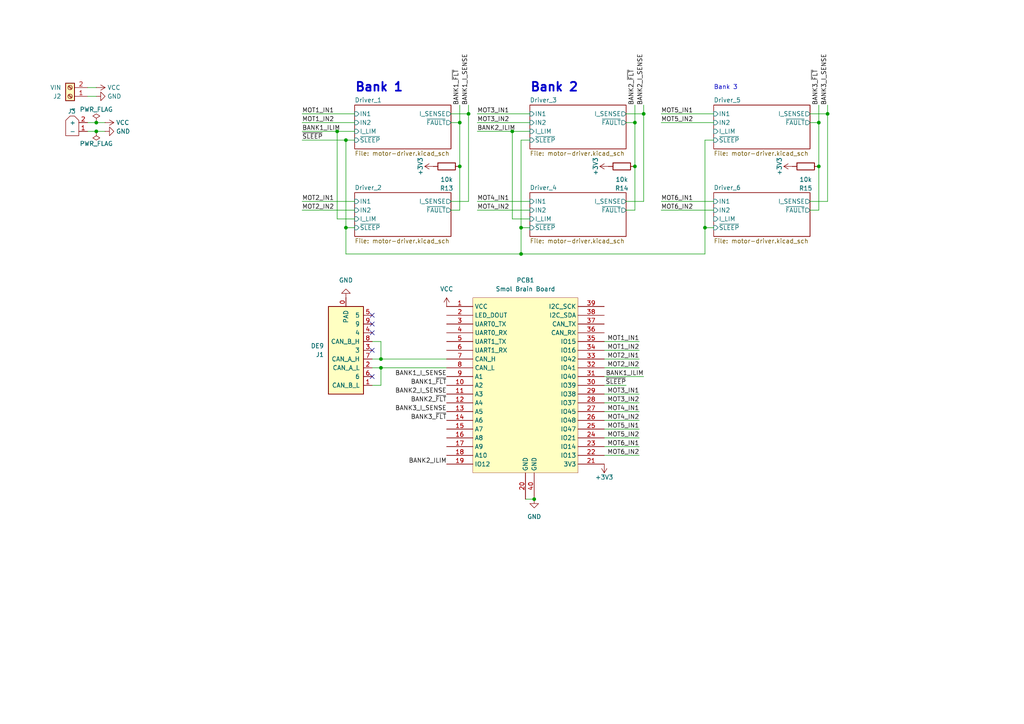
<source format=kicad_sch>
(kicad_sch (version 20250114) (generator "eeschema") (generator_version "9.0")
  (paper "A4")
  (lib_symbols
    (symbol "Connector:Screw_Terminal_01x02" (pin_names (offset 1.016) (hide yes))
      (property "Reference" "J" (at 0 2.54 0))
      (property "Value" "Screw_Terminal_01x02" (at 0 -5.08 0))
      (symbol "Screw_Terminal_01x02_1_1"
        (rectangle (start -1.27 1.27) (end 1.27 -3.81) (stroke (width 0.254)) (fill (type background)))
        (polyline (pts (xy -0.5334 0.3302) (xy 0.3302 -0.508)) (stroke (width 0.1524)))
        (polyline (pts (xy -0.5334 -2.2098) (xy 0.3302 -3.048)) (stroke (width 0.1524)))
        (polyline (pts (xy -0.3556 0.508) (xy 0.508 -0.3302)) (stroke (width 0.1524)))
        (polyline (pts (xy -0.3556 -2.032) (xy 0.508 -2.8702)) (stroke (width 0.1524)))
        (circle (center 0 0) (radius 0.635) (stroke (width 0.1524)))
        (circle (center 0 -2.54) (radius 0.635) (stroke (width 0.1524)))
        (pin passive line (at -5.08 0 0) (length 3.81) (name "Pin_1") (number "1"))
        (pin passive line (at -5.08 -2.54 0) (length 3.81) (name "Pin_2") (number "2"))
      )
    )
    (symbol "Manufacturer_Connectors:A-DF_09_A/KG-T2S" (pin_names (offset 1.016))
      (property "Reference" "J" (at 0 16.51 0))
      (property "Value" "DE9" (at 0 14.605 0))
      (symbol "A-DF_09_A/KG-T2S_0_1"
        (polyline (pts (xy -5.08 12.7) (xy -5.08 -12.7) (xy 5.08 -12.7) (xy 5.08 12.7) (xy -5.08 12.7)) (stroke (width 0.254)) (fill (type background)))
      )
      (symbol "A-DF_09_A/KG-T2S_1_1"
        (pin passive line (at -7.62 10.16 0) (length 2.54) (name "1") (number "1") (alternate "CAN_B_L" passive line))
        (pin passive line (at -7.62 7.62 0) (length 2.54) (name "6") (number "6"))
        (pin passive line (at -7.62 5.08 0) (length 2.54) (name "2") (number "2") (alternate "CAN_A_L" passive line))
        (pin passive line (at -7.62 2.54 0) (length 2.54) (name "7") (number "7") (alternate "CAN_A_H" passive line))
        (pin passive line (at -7.62 0 0) (length 2.54) (name "3") (number "3"))
        (pin passive line (at -7.62 -2.54 0) (length 2.54) (name "8") (number "8") (alternate "CAN_B_H" passive line))
        (pin passive line (at -7.62 -5.08 0) (length 2.54) (name "4") (number "4"))
        (pin passive line (at -7.62 -7.62 0) (length 2.54) (name "9") (number "9"))
        (pin passive line (at -7.62 -10.16 0) (length 2.54) (name "5") (number "5"))
        (pin passive line (at 0 -15.24 90) (length 2.54) (name "PAD") (number "0"))
      )
    )
    (symbol "Manufacturer_Connectors:XT_Connector" (pin_names (offset 0.889))
      (property "Reference" "J" (at -2.54 3.81 0))
      (symbol "XT_Connector_0_1"
        (polyline (pts (xy 0 0.635) (xy 0 -3.81) (xy 0 -3.81) (xy -3.81 -3.81) (xy -3.81 0.635) (xy -2.54 1.905) (xy -1.27 1.905) (xy 0 0.635)))
      )
      (symbol "XT_Connector_1_1"
        (pin input line (at 2.54 0 180) (length 2.54) (name "+") (number "2"))
        (pin input line (at 2.54 -2.54 180) (length 2.54) (name "-") (number "1"))
      )
    )
    (symbol "Project_PCB:Smol_Brain_Board" (in_bom no)
      (property "Reference" "PCB" (at -15.24 33.655 0))
      (property "Value" "Smol Brain Board" (at -15.24 31.75 0))
      (symbol "Smol_Brain_Board_1_0"
        (rectangle (start -15.24 30.48) (end 15.24 -20.32) (stroke (width 0.0254) (color 128 0 0 1)) (fill (type background)))
        (pin power_in line (at -22.86 27.94 0) (length 7.62) (name "VCC") (number "1"))
        (pin bidirectional line (at -22.86 25.4 0) (length 7.62) (name "LED_DOUT") (number "2"))
        (pin bidirectional line (at -22.86 22.86 0) (length 7.62) (name "UART0_TX") (number "3"))
        (pin bidirectional line (at -22.86 20.32 0) (length 7.62) (name "UART0_RX") (number "4"))
        (pin bidirectional line (at -22.86 17.78 0) (length 7.62) (name "UART1_TX") (number "5"))
        (pin bidirectional line (at -22.86 15.24 0) (length 7.62) (name "UART1_RX") (number "6"))
        (pin bidirectional line (at -22.86 12.7 0) (length 7.62) (name "CAN_H") (number "7"))
        (pin bidirectional line (at -22.86 10.16 0) (length 7.62) (name "CAN_L") (number "8"))
        (pin bidirectional line (at -22.86 7.62 0) (length 7.62) (name "A1") (number "9"))
        (pin bidirectional line (at -22.86 5.08 0) (length 7.62) (name "A2") (number "10"))
        (pin bidirectional line (at -22.86 2.54 0) (length 7.62) (name "A3") (number "11"))
        (pin bidirectional line (at -22.86 0 0) (length 7.62) (name "A4") (number "12"))
        (pin bidirectional line (at -22.86 -2.54 0) (length 7.62) (name "A5") (number "13"))
        (pin bidirectional line (at -22.86 -5.08 0) (length 7.62) (name "A6") (number "14"))
        (pin bidirectional line (at -22.86 -7.62 0) (length 7.62) (name "A7") (number "15"))
        (pin bidirectional line (at -22.86 -10.16 0) (length 7.62) (name "A8") (number "16"))
        (pin bidirectional line (at -22.86 -12.7 0) (length 7.62) (name "A9") (number "17"))
        (pin bidirectional line (at -22.86 -15.24 0) (length 7.62) (name "A10") (number "18"))
        (pin bidirectional line (at -22.86 -17.78 0) (length 7.62) (name "IO12") (number "19"))
        (pin power_in line (at 0 -27.94 90) (length 7.62) (name "GND") (number "20"))
        (pin power_in line (at 2.54 -27.94 90) (length 7.62) (name "GND") (number "40"))
        (pin bidirectional line (at 22.86 27.94 180) (length 7.62) (name "I2C_SCK") (number "39"))
        (pin bidirectional line (at 22.86 25.4 180) (length 7.62) (name "I2C_SDA") (number "38"))
        (pin bidirectional line (at 22.86 22.86 180) (length 7.62) (name "CAN_TX") (number "37"))
        (pin bidirectional line (at 22.86 20.32 180) (length 7.62) (name "CAN_RX") (number "36"))
        (pin bidirectional line (at 22.86 17.78 180) (length 7.62) (name "IO15") (number "35"))
        (pin bidirectional line (at 22.86 15.24 180) (length 7.62) (name "IO16") (number "34"))
        (pin bidirectional line (at 22.86 12.7 180) (length 7.62) (name "IO42") (number "33"))
        (pin bidirectional line (at 22.86 10.16 180) (length 7.62) (name "IO41") (number "32"))
        (pin bidirectional line (at 22.86 7.62 180) (length 7.62) (name "IO40") (number "31"))
        (pin bidirectional line (at 22.86 5.08 180) (length 7.62) (name "IO39") (number "30"))
        (pin bidirectional line (at 22.86 2.54 180) (length 7.62) (name "IO38") (number "29"))
        (pin bidirectional line (at 22.86 0 180) (length 7.62) (name "IO37") (number "28"))
        (pin bidirectional line (at 22.86 -2.54 180) (length 7.62) (name "IO45") (number "27"))
        (pin bidirectional line (at 22.86 -5.08 180) (length 7.62) (name "IO48") (number "26"))
        (pin bidirectional line (at 22.86 -7.62 180) (length 7.62) (name "IO47") (number "25"))
        (pin bidirectional line (at 22.86 -10.16 180) (length 7.62) (name "IO21") (number "24"))
        (pin bidirectional line (at 22.86 -12.7 180) (length 7.62) (name "IO14") (number "23"))
        (pin bidirectional line (at 22.86 -15.24 180) (length 7.62) (name "IO13") (number "22"))
        (pin power_out line (at 22.86 -17.78 180) (length 7.62) (name "3V3") (number "21"))
      )
    )
    (symbol "Resistor:R_10k_0603" (pin_numbers (hide yes)) (pin_names (offset 0))
      (property "Reference" "R" (at 1.27 -1.016 0))
      (property "Value" "10k" (at 1.27 1.016 0))
      (symbol "R_10k_0603_0_1"
        (rectangle (start -1.016 2.54) (end 1.016 -2.54) (stroke (width 0.254)))
      )
      (symbol "R_10k_0603_1_1"
        (pin passive line (at 0 3.81 270) (length 1.27) (name "~") (number "1"))
        (pin passive line (at 0 -3.81 90) (length 1.27) (name "~") (number "2"))
      )
    )
    (symbol "power:+3V3" (power) (pin_numbers (hide yes)) (pin_names (offset 0) (hide yes))
      (property "Value" "+3V3" (at 0 3.556 0))
      (symbol "+3V3_0_1"
        (polyline (pts (xy -0.762 1.27) (xy 0 2.54)))
        (polyline (pts (xy 0 2.54) (xy 0.762 1.27)))
        (polyline (pts (xy 0 0) (xy 0 2.54)))
      )
      (symbol "+3V3_1_1"
        (pin power_in line (at 0 0 90) (length 0) (name "~") (number "1"))
      )
    )
    (symbol "power:GND" (power) (pin_numbers (hide yes)) (pin_names (offset 0) (hide yes))
      (property "Value" "GND" (at 0 -3.81 0))
      (symbol "GND_0_1"
        (polyline (pts (xy 0 0) (xy 0 -1.27) (xy 1.27 -1.27) (xy 0 -2.54) (xy -1.27 -1.27) (xy 0 -1.27)))
      )
      (symbol "GND_1_1"
        (pin power_in line (at 0 0 270) (length 0) (name "~") (number "1"))
      )
    )
    (symbol "power:PWR_FLAG" (power) (pin_numbers (hide yes)) (pin_names (offset 0) (hide yes))
      (property "Value" "PWR_FLAG" (at 0 3.81 0))
      (symbol "PWR_FLAG_0_0"
        (pin power_out line (at 0 0 90) (length 0) (name "~") (number "1"))
      )
      (symbol "PWR_FLAG_0_1"
        (polyline (pts (xy 0 0) (xy 0 1.27) (xy -1.016 1.905) (xy 0 2.54) (xy 1.016 1.905) (xy 0 1.27)))
      )
    )
    (symbol "power:VCC" (power) (pin_numbers (hide yes)) (pin_names (offset 0) (hide yes))
      (property "Value" "VCC" (at 0 3.556 0))
      (symbol "VCC_0_1"
        (polyline (pts (xy -0.762 1.27) (xy 0 2.54)))
        (polyline (pts (xy 0 2.54) (xy 0.762 1.27)))
        (polyline (pts (xy 0 0) (xy 0 2.54)))
      )
      (symbol "VCC_1_1"
        (pin power_in line (at 0 0 90) (length 0) (name "~") (number "1"))
      )
    )
  )
  (text "Bank 3" (at 207.01 25.4 0) (effects (font (size 1.27 1.27)) (justify left)))
  (text "Bank 2" (at 153.67 25.4 0) (effects (font (size 2.54 2.54) (thickness 0.508) (bold yes)) (justify left)))
  (text "Bank 1" (at 102.87 25.4 0) (effects (font (size 2.54 2.54) (thickness 0.508) (bold yes)) (justify left)))
  (junction (at 27.94 35.56))
  (junction (at 110.49 104.14))
  (junction (at 186.69 33.02))
  (junction (at 100.33 66.04))
  (junction (at 184.15 35.56))
  (junction (at 110.49 106.68))
  (junction (at 154.94 144.78))
  (junction (at 151.13 73.66))
  (junction (at 133.35 48.26))
  (junction (at 240.03 33.02))
  (junction (at 204.47 66.04))
  (junction (at 148.59 38.1))
  (junction (at 27.94 38.1))
  (junction (at 184.15 48.26))
  (junction (at 133.35 35.56))
  (junction (at 135.89 33.02))
  (junction (at 237.49 48.26))
  (junction (at 100.33 40.64))
  (junction (at 237.49 35.56))
  (junction (at 151.13 66.04))
  (junction (at 97.79 38.1))
  (no_connect (at 107.95 96.52))
  (no_connect (at 107.95 93.98))
  (no_connect (at 107.95 109.22))
  (no_connect (at 107.95 101.6))
  (no_connect (at 107.95 91.44))
  (wire (pts (xy 184.15 35.56) (xy 184.15 48.26)))
  (wire (pts (xy 138.43 35.56) (xy 153.67 35.56)))
  (wire (pts (xy 133.35 35.56) (xy 130.81 35.56)))
  (wire (pts (xy 204.47 40.64) (xy 204.47 66.04)))
  (wire (pts (xy 175.26 116.84) (xy 185.42 116.84)))
  (wire (pts (xy 237.49 60.96) (xy 234.95 60.96)))
  (wire (pts (xy 184.15 60.96) (xy 181.61 60.96)))
  (wire (pts (xy 135.89 33.02) (xy 135.89 58.42)))
  (wire (pts (xy 204.47 73.66) (xy 204.47 66.04)))
  (wire (pts (xy 27.94 27.94) (xy 25.4 27.94)))
  (wire (pts (xy 135.89 30.48) (xy 135.89 33.02)))
  (wire (pts (xy 240.03 58.42) (xy 234.95 58.42)))
  (wire (pts (xy 87.63 38.1) (xy 97.79 38.1)))
  (wire (pts (xy 175.26 121.92) (xy 185.42 121.92)))
  (wire (pts (xy 237.49 48.26) (xy 237.49 60.96)))
  (wire (pts (xy 148.59 63.5) (xy 153.67 63.5)))
  (wire (pts (xy 175.26 114.3) (xy 185.42 114.3)))
  (wire (pts (xy 175.26 111.76) (xy 181.61 111.76)))
  (wire (pts (xy 27.94 38.1) (xy 25.4 38.1)))
  (wire (pts (xy 191.77 58.42) (xy 207.01 58.42)))
  (wire (pts (xy 186.69 33.02) (xy 186.69 58.42)))
  (wire (pts (xy 133.35 30.48) (xy 133.35 35.56)))
  (wire (pts (xy 130.81 33.02) (xy 135.89 33.02)))
  (wire (pts (xy 234.95 35.56) (xy 237.49 35.56)))
  (wire (pts (xy 175.26 101.6) (xy 185.42 101.6)))
  (wire (pts (xy 110.49 99.06) (xy 110.49 104.14)))
  (wire (pts (xy 186.69 30.48) (xy 186.69 33.02)))
  (wire (pts (xy 107.95 106.68) (xy 110.49 106.68)))
  (wire (pts (xy 138.43 60.96) (xy 153.67 60.96)))
  (wire (pts (xy 151.13 40.64) (xy 153.67 40.64)))
  (wire (pts (xy 138.43 38.1) (xy 148.59 38.1)))
  (wire (pts (xy 175.26 127) (xy 185.42 127)))
  (wire (pts (xy 138.43 33.02) (xy 153.67 33.02)))
  (wire (pts (xy 153.67 66.04) (xy 151.13 66.04)))
  (wire (pts (xy 100.33 73.66) (xy 151.13 73.66)))
  (wire (pts (xy 191.77 33.02) (xy 207.01 33.02)))
  (wire (pts (xy 133.35 48.26) (xy 133.35 35.56)))
  (wire (pts (xy 97.79 63.5) (xy 102.87 63.5)))
  (wire (pts (xy 100.33 66.04) (xy 102.87 66.04)))
  (wire (pts (xy 102.87 38.1) (xy 97.79 38.1)))
  (wire (pts (xy 175.26 119.38) (xy 185.42 119.38)))
  (wire (pts (xy 186.69 109.22) (xy 175.26 109.22)))
  (wire (pts (xy 175.26 124.46) (xy 185.42 124.46)))
  (wire (pts (xy 107.95 104.14) (xy 110.49 104.14)))
  (wire (pts (xy 107.95 99.06) (xy 110.49 99.06)))
  (wire (pts (xy 110.49 104.14) (xy 129.54 104.14)))
  (wire (pts (xy 87.63 60.96) (xy 102.87 60.96)))
  (wire (pts (xy 181.61 33.02) (xy 186.69 33.02)))
  (wire (pts (xy 151.13 73.66) (xy 204.47 73.66)))
  (wire (pts (xy 138.43 58.42) (xy 153.67 58.42)))
  (wire (pts (xy 175.26 129.54) (xy 185.42 129.54)))
  (wire (pts (xy 27.94 38.1) (xy 30.48 38.1)))
  (wire (pts (xy 130.81 60.96) (xy 133.35 60.96)))
  (wire (pts (xy 107.95 111.76) (xy 110.49 111.76)))
  (wire (pts (xy 97.79 38.1) (xy 97.79 63.5)))
  (wire (pts (xy 152.4 144.78) (xy 154.94 144.78)))
  (wire (pts (xy 151.13 66.04) (xy 151.13 73.66)))
  (wire (pts (xy 27.94 25.4) (xy 25.4 25.4)))
  (wire (pts (xy 133.35 60.96) (xy 133.35 48.26)))
  (wire (pts (xy 153.67 38.1) (xy 148.59 38.1)))
  (wire (pts (xy 175.26 99.06) (xy 185.42 99.06)))
  (wire (pts (xy 100.33 66.04) (xy 100.33 73.66)))
  (wire (pts (xy 240.03 30.48) (xy 240.03 33.02)))
  (wire (pts (xy 87.63 58.42) (xy 102.87 58.42)))
  (wire (pts (xy 148.59 38.1) (xy 148.59 63.5)))
  (wire (pts (xy 27.94 35.56) (xy 25.4 35.56)))
  (wire (pts (xy 175.26 106.68) (xy 185.42 106.68)))
  (wire (pts (xy 110.49 111.76) (xy 110.49 106.68)))
  (wire (pts (xy 184.15 48.26) (xy 184.15 60.96)))
  (wire (pts (xy 191.77 35.56) (xy 207.01 35.56)))
  (wire (pts (xy 204.47 66.04) (xy 207.01 66.04)))
  (wire (pts (xy 175.26 132.08) (xy 185.42 132.08)))
  (wire (pts (xy 240.03 33.02) (xy 240.03 58.42)))
  (wire (pts (xy 181.61 35.56) (xy 184.15 35.56)))
  (wire (pts (xy 237.49 35.56) (xy 237.49 48.26)))
  (wire (pts (xy 184.15 30.48) (xy 184.15 35.56)))
  (wire (pts (xy 110.49 106.68) (xy 129.54 106.68)))
  (wire (pts (xy 175.26 104.14) (xy 185.42 104.14)))
  (wire (pts (xy 27.94 35.56) (xy 30.48 35.56)))
  (wire (pts (xy 87.63 35.56) (xy 102.87 35.56)))
  (wire (pts (xy 191.77 60.96) (xy 207.01 60.96)))
  (wire (pts (xy 87.63 33.02) (xy 102.87 33.02)))
  (wire (pts (xy 186.69 58.42) (xy 181.61 58.42)))
  (wire (pts (xy 100.33 40.64) (xy 100.33 66.04)))
  (wire (pts (xy 151.13 66.04) (xy 151.13 40.64)))
  (wire (pts (xy 237.49 30.48) (xy 237.49 35.56)))
  (wire (pts (xy 234.95 33.02) (xy 240.03 33.02)))
  (wire (pts (xy 87.63 40.64) (xy 100.33 40.64)))
  (wire (pts (xy 102.87 40.64) (xy 100.33 40.64)))
  (wire (pts (xy 207.01 40.64) (xy 204.47 40.64)))
  (wire (pts (xy 135.89 58.42) (xy 130.81 58.42)))
  (label "~{SLEEP}" (at 181.61 111.76 180))
  (label "BANK2_~{FLT}" (at 184.15 30.48 90))
  (label "BANK3_~{FLT}" (at 129.54 121.92 180))
  (label "BANK2_I_SENSE" (at 186.69 30.48 90))
  (label "BANK3_~{FLT}" (at 237.49 30.48 90))
  (label "MOT1_IN2" (at 87.63 35.56 0))
  (label "MOT5_IN2" (at 191.77 35.56 0))
  (label "BANK1_ILIM" (at 186.69 109.22 180))
  (label "MOT4_IN1" (at 185.42 119.38 180))
  (label "MOT3_IN1" (at 138.43 33.02 0))
  (label "BANK1_I_SENSE" (at 129.54 109.22 180))
  (label "BANK3_I_SENSE" (at 129.54 119.38 180))
  (label "~{SLEEP}" (at 87.63 40.64 0))
  (label "BANK3_I_SENSE" (at 240.03 30.48 90))
  (label "MOT4_IN2" (at 185.42 121.92 180))
  (label "MOT2_IN1" (at 185.42 104.14 180))
  (label "MOT5_IN1" (at 185.42 124.46 180))
  (label "BANK2_~{FLT}" (at 129.54 116.84 180))
  (label "MOT1_IN2" (at 185.42 101.6 180))
  (label "MOT1_IN1" (at 87.63 33.02 0))
  (label "MOT6_IN1" (at 185.42 129.54 180))
  (label "MOT6_IN2" (at 185.42 132.08 180))
  (label "BANK1_~{FLT}" (at 129.54 111.76 180))
  (label "MOT1_IN1" (at 185.42 99.06 180))
  (label "MOT3_IN2" (at 138.43 35.56 0))
  (label "MOT6_IN1" (at 191.77 58.42 0))
  (label "MOT5_IN2" (at 185.42 127 180))
  (label "BANK2_I_SENSE" (at 129.54 114.3 180))
  (label "MOT3_IN1" (at 185.42 114.3 180))
  (label "BANK1_I_SENSE" (at 135.89 30.48 90))
  (label "MOT4_IN2" (at 138.43 60.96 0))
  (label "MOT6_IN2" (at 191.77 60.96 0))
  (label "BANK2_ILIM" (at 138.43 38.1 0))
  (label "MOT2_IN2" (at 185.42 106.68 180))
  (label "BANK1_~{FLT}" (at 133.35 30.48 90))
  (label "BANK1_ILIM" (at 87.63 38.1 0))
  (label "MOT5_IN1" (at 191.77 33.02 0))
  (label "MOT2_IN1" (at 87.63 58.42 0))
  (label "BANK2_ILIM" (at 129.54 134.62 180))
  (label "MOT4_IN1" (at 138.43 58.42 0))
  (label "MOT2_IN2" (at 87.63 60.96 0))
  (label "MOT3_IN2" (at 185.42 116.84 180))
  (symbol (lib_id "Resistor:R_10k_0603") (at 180.34 48.26 270) (unit 1)
    (property "Reference" "R14" (at 180.34 54.61 90))
    (property "Value" "10k" (at 180.34 52.07 90))
    (property "Footprint" "Resistor_SMD:R_0603_1608Metric" (effects (hide yes)))
    (property "Datasheet" "https://www.yageo.com/upload/media/product/products/datasheet/rchip/PYu-RC_Group_51_RoHS_L_12.pdf" (effects (hide yes)))
    (property "Description" "Resistor" (effects (hide yes)))
    (property "Supplier" "DigiKey" (effects (hide yes)))
    (property "Supplier Part No" "311-10.0KHRCT-ND" (effects (hide yes)))
    (property "Supplier Link" "https://www.digikey.com.au/en/products/detail/yageo/RC0603FR-0710KL/726880" (effects (hide yes)))
  )
  (symbol (lib_id "power:PWR_FLAG") (at 27.94 35.56 0) (unit 1)
    (property "Reference" "#FLG03" (effects (hide yes)))
    (property "Value" "PWR_FLAG" (at 27.94 31.75 0))
    (property "Description" "Special symbol for telling ERC where power comes from" (effects (hide yes)))
  )
  (symbol (lib_id "power:GND") (at 27.94 27.94 90) (unit 1)
    (property "Reference" "#PWR05" (effects (hide yes)))
    (property "Value" "GND" (at 31.115 27.9401 90) (effects (justify right)))
    (property "Description" "Power symbol creates a global label with name \"GND\" , ground" (effects (hide yes)))
  )
  (symbol (lib_id "power:VCC") (at 27.94 25.4 270) (unit 1)
    (property "Reference" "#PWR06" (effects (hide yes)))
    (property "Value" "VCC" (at 31.115 25.4001 90) (effects (justify left)))
    (property "Description" "Power symbol creates a global label with name \"VCC\"" (effects (hide yes)))
  )
  (symbol (lib_id "Project_PCB:Smol_Brain_Board") (at 152.4 116.84 0) (unit 1) (in_bom no)
    (property "Reference" "PCB1" (at 152.4 81.28 0))
    (property "Value" "Smol Brain Board" (at 152.4 83.82 0))
    (property "Footprint" "Project PCB:Smol_Brain_Board" (effects (hide yes)))
  )
  (symbol (lib_id "power:PWR_FLAG") (at 27.94 38.1 180) (unit 1)
    (property "Reference" "#FLG04" (effects (hide yes)))
    (property "Value" "PWR_FLAG" (at 27.94 41.656 0))
    (property "Description" "Special symbol for telling ERC where power comes from" (effects (hide yes)))
  )
  (symbol (lib_id "power:+3V3") (at 175.26 134.62 180) (unit 1)
    (property "Reference" "#PWR04" (effects (hide yes)))
    (property "Value" "+3V3" (at 175.26 138.43 0))
    (property "Description" "Power symbol creates a global label with name \"+3V3\"" (effects (hide yes)))
  )
  (symbol (lib_id "Connector:Screw_Terminal_01x02") (at 20.32 27.94 180) (unit 1)
    (property "Reference" "J2" (at 17.78 27.9401 0) (effects (justify left)))
    (property "Value" "VIN" (at 17.78 25.4001 0) (effects (justify left)))
    (property "Footprint" "TerminalBlock_4Ucon:TerminalBlock_4Ucon_1x02_P3.50mm_Horizontal" (effects (hide yes)))
    (property "Description" "Generic screw terminal, single row, 01x02, script generated (kicad-library-utils/schlib/autogen/connector/)" (effects (hide yes)))
  )
  (symbol (lib_id "power:GND") (at 154.94 144.78 0) (unit 1)
    (property "Reference" "#PWR03" (effects (hide yes)))
    (property "Value" "GND" (at 154.94 149.86 0))
    (property "Description" "Power symbol creates a global label with name \"GND\" , ground" (effects (hide yes)))
  )
  (symbol (lib_id "power:VCC") (at 129.54 88.9 0) (unit 1)
    (property "Reference" "#PWR02" (effects (hide yes)))
    (property "Value" "VCC" (at 129.54 83.82 0))
    (property "Description" "Power symbol creates a global label with name \"VCC\"" (effects (hide yes)))
  )
  (symbol (lib_id "Manufacturer_Connectors:A-DF_09_A/KG-T2S") (at 100.33 101.6 180) (unit 1)
    (property "Reference" "J1" (at 93.98 102.8701 0) (effects (justify left)))
    (property "Value" "DE9" (at 93.98 100.3301 0) (effects (justify left)))
    (property "Footprint" "THT:A-DF_09_A_KG-T2S" (effects (hide yes)))
    (property "Datasheet" "http://www.assmann-wsw.com/uploads/datasheets/ASS_4888_CO.pdf" (effects (hide yes)))
    (property "Description" "9-pin D-SUB connector, socket (female), Mounting Hole" (effects (hide yes)))
    (property "Supplier" "DigiKey" (effects (hide yes)))
    (property "Supplier Part No" "AE10921-ND" (effects (hide yes)))
    (property "Supplier Link" "https://www.digikey.com.au/en/products/detail/assmann-wsw-components/A-DF-09-A-KG-T2S/1241800" (effects (hide yes)))
    (pin "2" (alternate "CAN_A_L"))
    (pin "7" (alternate "CAN_A_H"))
    (pin "1" (alternate "CAN_B_L"))
    (pin "8" (alternate "CAN_B_H"))
  )
  (symbol (lib_id "power:+3V3") (at 176.53 48.26 90) (unit 1)
    (property "Reference" "#PWR056" (effects (hide yes)))
    (property "Value" "+3V3" (at 172.72 48.26 0))
    (property "Description" "Power symbol creates a global label with name \"+3V3\"" (effects (hide yes)))
  )
  (symbol (lib_id "power:VCC") (at 30.48 35.56 270) (unit 1)
    (property "Reference" "#PWR058" (effects (hide yes)))
    (property "Value" "VCC" (at 33.655 35.5601 90) (effects (justify left)))
    (property "Description" "Power symbol creates a global label with name \"VCC\"" (effects (hide yes)))
  )
  (symbol (lib_id "power:GND") (at 100.33 86.36 180) (unit 1)
    (property "Reference" "#PWR01" (effects (hide yes)))
    (property "Value" "GND" (at 100.33 81.28 0))
    (property "Description" "Power symbol creates a global label with name \"GND\" , ground" (effects (hide yes)))
  )
  (symbol (lib_id "power:GND") (at 30.48 38.1 90) (unit 1)
    (property "Reference" "#PWR059" (effects (hide yes)))
    (property "Value" "GND" (at 33.655 38.1001 90) (effects (justify right)))
    (property "Description" "Power symbol creates a global label with name \"GND\" , ground" (effects (hide yes)))
  )
  (symbol (lib_id "power:+3V3") (at 229.87 48.26 90) (unit 1)
    (property "Reference" "#PWR057" (effects (hide yes)))
    (property "Value" "+3V3" (at 226.06 48.26 0))
    (property "Description" "Power symbol creates a global label with name \"+3V3\"" (effects (hide yes)))
  )
  (symbol (lib_id "Resistor:R_10k_0603") (at 233.68 48.26 270) (unit 1)
    (property "Reference" "R15" (at 233.68 54.61 90))
    (property "Value" "10k" (at 233.68 52.07 90))
    (property "Footprint" "Resistor_SMD:R_0603_1608Metric" (effects (hide yes)))
    (property "Datasheet" "https://www.yageo.com/upload/media/product/products/datasheet/rchip/PYu-RC_Group_51_RoHS_L_12.pdf" (effects (hide yes)))
    (property "Description" "Resistor" (effects (hide yes)))
    (property "Supplier" "DigiKey" (effects (hide yes)))
    (property "Supplier Part No" "311-10.0KHRCT-ND" (effects (hide yes)))
    (property "Supplier Link" "https://www.digikey.com.au/en/products/detail/yageo/RC0603FR-0710KL/726880" (effects (hide yes)))
  )
  (symbol (lib_id "power:+3V3") (at 125.73 48.26 90) (unit 1)
    (property "Reference" "#PWR055" (effects (hide yes)))
    (property "Value" "+3V3" (at 121.92 48.26 0))
    (property "Description" "Power symbol creates a global label with name \"+3V3\"" (effects (hide yes)))
  )
  (symbol (lib_id "Manufacturer_Connectors:XT_Connector") (at 22.86 35.56 0) (unit 1)
    (property "Reference" "J3" (at 20.828 32.258 0))
    (property "Value" "~" (at 20.955 31.75 0))
    (property "Footprint" "Connector_AMASS:AMASS_XT60PW-M_1x02_P7.20mm_Horizontal" (effects (hide yes)))
    (property "Description" "XT-Series Battery Connector" (effects (hide yes)))
  )
  (symbol (lib_id "Resistor:R_10k_0603") (at 129.54 48.26 270) (unit 1)
    (property "Reference" "R13" (at 129.54 54.61 90))
    (property "Value" "10k" (at 129.54 52.07 90))
    (property "Footprint" "Resistor_SMD:R_0603_1608Metric" (effects (hide yes)))
    (property "Datasheet" "https://www.yageo.com/upload/media/product/products/datasheet/rchip/PYu-RC_Group_51_RoHS_L_12.pdf" (effects (hide yes)))
    (property "Description" "Resistor" (effects (hide yes)))
    (property "Supplier" "DigiKey" (effects (hide yes)))
    (property "Supplier Part No" "311-10.0KHRCT-ND" (effects (hide yes)))
    (property "Supplier Link" "https://www.digikey.com.au/en/products/detail/yageo/RC0603FR-0710KL/726880" (effects (hide yes)))
  )
  (sheet (at 153.67 55.88) (size 27.94 12.7) (stroke (width 0.1524))
    (property "Sheetname" "Driver_4" (at 153.67 55.1684 0) (effects (justify left bottom)))
    (property "Sheetfile" "motor-driver.kicad_sch" (at 153.67 69.1646 0) (effects (justify left top)))
    (pin "IN1" input (at 153.67 58.42 180))
    (pin "IN2" input (at 153.67 60.96 180))
    (pin "I_LIM" input (at 153.67 63.5 180))
    (pin "I_SENSE" output (at 181.61 58.42 0))
    (pin "~{FAULT}" output (at 181.61 60.96 0))
    (pin "~{SLEEP}" input (at 153.67 66.04 180))
  )
  (sheet (at 207.01 30.48) (size 27.94 12.7) (stroke (width 0.1524))
    (property "Sheetname" "Driver_5" (at 207.01 29.7684 0) (effects (justify left bottom)))
    (property "Sheetfile" "motor-driver.kicad_sch" (at 207.01 43.7646 0) (effects (justify left top)))
    (pin "IN1" input (at 207.01 33.02 180))
    (pin "IN2" input (at 207.01 35.56 180))
    (pin "I_LIM" input (at 207.01 38.1 180))
    (pin "I_SENSE" output (at 234.95 33.02 0))
    (pin "~{FAULT}" output (at 234.95 35.56 0))
    (pin "~{SLEEP}" input (at 207.01 40.64 180))
  )
  (sheet (at 102.87 30.48) (size 27.94 12.7) (stroke (width 0.1524))
    (property "Sheetname" "Driver_1" (at 102.87 29.7684 0) (effects (justify left bottom)))
    (property "Sheetfile" "motor-driver.kicad_sch" (at 102.87 43.7646 0) (effects (justify left top)))
    (pin "IN1" input (at 102.87 33.02 180))
    (pin "IN2" input (at 102.87 35.56 180))
    (pin "I_LIM" input (at 102.87 38.1 180))
    (pin "I_SENSE" output (at 130.81 33.02 0))
    (pin "~{FAULT}" output (at 130.81 35.56 0))
    (pin "~{SLEEP}" input (at 102.87 40.64 180))
  )
  (sheet (at 102.87 55.88) (size 27.94 12.7) (stroke (width 0.1524))
    (property "Sheetname" "Driver_2" (at 102.87 55.1684 0) (effects (justify left bottom)))
    (property "Sheetfile" "motor-driver.kicad_sch" (at 102.87 69.1646 0) (effects (justify left top)))
    (pin "IN1" input (at 102.87 58.42 180))
    (pin "IN2" input (at 102.87 60.96 180))
    (pin "I_LIM" input (at 102.87 63.5 180))
    (pin "I_SENSE" output (at 130.81 58.42 0))
    (pin "~{FAULT}" output (at 130.81 60.96 0))
    (pin "~{SLEEP}" input (at 102.87 66.04 180))
  )
  (sheet (at 153.67 30.48) (size 27.94 12.7) (stroke (width 0.1524))
    (property "Sheetname" "Driver_3" (at 153.67 29.7684 0) (effects (justify left bottom)))
    (property "Sheetfile" "motor-driver.kicad_sch" (at 153.67 43.7646 0) (effects (justify left top)))
    (pin "IN1" input (at 153.67 33.02 180))
    (pin "IN2" input (at 153.67 35.56 180))
    (pin "I_LIM" input (at 153.67 38.1 180))
    (pin "I_SENSE" output (at 181.61 33.02 0))
    (pin "~{FAULT}" output (at 181.61 35.56 0))
    (pin "~{SLEEP}" input (at 153.67 40.64 180))
  )
  (sheet (at 207.01 55.88) (size 27.94 12.7) (stroke (width 0.1524))
    (property "Sheetname" "Driver_6" (at 207.01 55.1684 0) (effects (justify left bottom)))
    (property "Sheetfile" "motor-driver.kicad_sch" (at 207.01 69.1646 0) (effects (justify left top)))
    (pin "IN1" input (at 207.01 58.42 180))
    (pin "IN2" input (at 207.01 60.96 180))
    (pin "I_LIM" input (at 207.01 63.5 180))
    (pin "I_SENSE" output (at 234.95 58.42 0))
    (pin "~{FAULT}" output (at 234.95 60.96 0))
    (pin "~{SLEEP}" input (at 207.01 66.04 180))
  )
)
</source>
